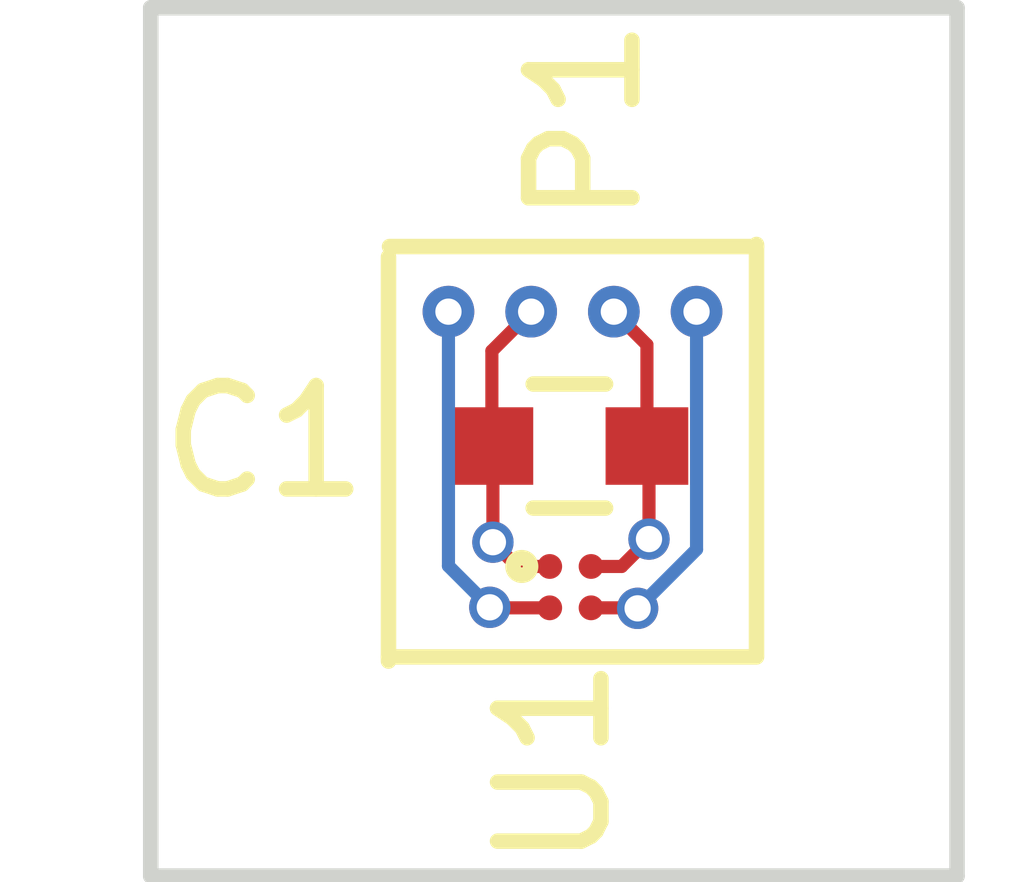
<source format=kicad_pcb>
(kicad_pcb (version 4) (host pcbnew 4.0.5)

  (general
    (links 6)
    (no_connects 0)
    (area 146.539667 104.824999 156.460334 113.375001)
    (thickness 1.6)
    (drawings 10)
    (tracks 28)
    (zones 0)
    (modules 3)
    (nets 5)
  )

  (page A4)
  (layers
    (0 F.Cu signal)
    (1 In1.Cu signal)
    (2 In2.Cu signal)
    (31 B.Cu signal)
    (32 B.Adhes user)
    (33 F.Adhes user)
    (34 B.Paste user)
    (35 F.Paste user)
    (36 B.SilkS user)
    (37 F.SilkS user)
    (38 B.Mask user)
    (39 F.Mask user)
    (40 Dwgs.User user)
    (41 Cmts.User user)
    (42 Eco1.User user)
    (43 Eco2.User user)
    (44 Edge.Cuts user)
    (45 Margin user)
    (46 B.CrtYd user)
    (47 F.CrtYd user)
    (48 B.Fab user)
    (49 F.Fab user)
  )

  (setup
    (last_trace_width 0.127)
    (user_trace_width 0.127)
    (trace_clearance 0.127)
    (zone_clearance 0.127)
    (zone_45_only no)
    (trace_min 0.127)
    (segment_width 0.15)
    (edge_width 0.15)
    (via_size 0.4)
    (via_drill 0.254)
    (via_min_size 0.4)
    (via_min_drill 0.254)
    (uvia_size 0.3)
    (uvia_drill 0.1)
    (uvias_allowed no)
    (uvia_min_size 0.2)
    (uvia_min_drill 0.1)
    (pcb_text_width 0.3)
    (pcb_text_size 1.5 1.5)
    (mod_edge_width 0.15)
    (mod_text_size 1 1)
    (mod_text_width 0.15)
    (pad_size 1.524 1.524)
    (pad_drill 0.762)
    (pad_to_mask_clearance 0.0635)
    (aux_axis_origin 0 0)
    (visible_elements FFFEFFFF)
    (pcbplotparams
      (layerselection 0x00030_80000001)
      (usegerberextensions false)
      (excludeedgelayer true)
      (linewidth 0.100000)
      (plotframeref false)
      (viasonmask false)
      (mode 1)
      (useauxorigin false)
      (hpglpennumber 1)
      (hpglpenspeed 20)
      (hpglpendiameter 15)
      (hpglpenoverlay 2)
      (psnegative false)
      (psa4output false)
      (plotreference true)
      (plotvalue true)
      (plotinvisibletext false)
      (padsonsilk false)
      (subtractmaskfromsilk false)
      (outputformat 1)
      (mirror false)
      (drillshape 1)
      (scaleselection 1)
      (outputdirectory ""))
  )

  (net 0 "")
  (net 1 "Net-(C1-Pad1)")
  (net 2 "Net-(C1-Pad2)")
  (net 3 "Net-(P1-Pad1)")
  (net 4 "Net-(P1-Pad4)")

  (net_class Default "This is the default net class."
    (clearance 0.127)
    (trace_width 0.127)
    (via_dia 0.4)
    (via_drill 0.254)
    (uvia_dia 0.3)
    (uvia_drill 0.1)
    (add_net "Net-(C1-Pad1)")
    (add_net "Net-(C1-Pad2)")
    (add_net "Net-(P1-Pad1)")
    (add_net "Net-(P1-Pad4)")
  )

  (module Capacitors_SMD:C_0603 (layer F.Cu) (tedit 58DEB221) (tstamp 58E5F921)
    (at 152.05 109.14 180)
    (descr "Capacitor SMD 0603, reflow soldering, AVX (see smccp.pdf)")
    (tags "capacitor 0603")
    (path /58DEAA4E)
    (attr smd)
    (fp_text reference C1 (at 2.95 0.04 180) (layer F.SilkS)
      (effects (font (size 1 1) (thickness 0.15)))
    )
    (fp_text value 100nF (at 0 1.9 180) (layer F.Fab)
      (effects (font (size 1 1) (thickness 0.15)))
    )
    (fp_line (start -0.8 0.4) (end -0.8 -0.4) (layer F.Fab) (width 0.15))
    (fp_line (start 0.8 0.4) (end -0.8 0.4) (layer F.Fab) (width 0.15))
    (fp_line (start 0.8 -0.4) (end 0.8 0.4) (layer F.Fab) (width 0.15))
    (fp_line (start -0.8 -0.4) (end 0.8 -0.4) (layer F.Fab) (width 0.15))
    (fp_line (start -1.45 -0.75) (end 1.45 -0.75) (layer F.CrtYd) (width 0.05))
    (fp_line (start -1.45 0.75) (end 1.45 0.75) (layer F.CrtYd) (width 0.05))
    (fp_line (start -1.45 -0.75) (end -1.45 0.75) (layer F.CrtYd) (width 0.05))
    (fp_line (start 1.45 -0.75) (end 1.45 0.75) (layer F.CrtYd) (width 0.05))
    (fp_line (start -0.35 -0.6) (end 0.35 -0.6) (layer F.SilkS) (width 0.15))
    (fp_line (start 0.35 0.6) (end -0.35 0.6) (layer F.SilkS) (width 0.15))
    (pad 1 smd rect (at -0.75 0 180) (size 0.8 0.75) (layers F.Cu F.Paste F.Mask)
      (net 1 "Net-(C1-Pad1)"))
    (pad 2 smd rect (at 0.75 0 180) (size 0.8 0.75) (layers F.Cu F.Paste F.Mask)
      (net 2 "Net-(C1-Pad2)"))
    (model Capacitors_SMD.3dshapes/C_0603.wrl
      (at (xyz 0 0 0))
      (scale (xyz 1 1 1))
      (rotate (xyz 0 0 0))
    )
  )

  (module lmt70:Wire_1x04_mini (layer F.Cu) (tedit 58DEB21C) (tstamp 58E5F929)
    (at 150.88 107.84)
    (path /58DEAAA6)
    (fp_text reference P1 (at 1.32 -1.84 90) (layer F.SilkS)
      (effects (font (size 1 1) (thickness 0.15)))
    )
    (fp_text value CONN_01X04 (at 0.62 -1.11) (layer F.Fab)
      (effects (font (size 1 1) (thickness 0.15)))
    )
    (pad 1 thru_hole circle (at 0 0) (size 0.5 0.5) (drill 0.254) (layers *.Cu *.Mask)
      (net 3 "Net-(P1-Pad1)"))
    (pad 2 thru_hole circle (at 0.8 0) (size 0.5 0.5) (drill 0.254) (layers *.Cu *.Mask)
      (net 2 "Net-(C1-Pad2)"))
    (pad 3 thru_hole circle (at 1.6 0) (size 0.5 0.5) (drill 0.254) (layers *.Cu *.Mask)
      (net 1 "Net-(C1-Pad1)"))
    (pad 4 thru_hole circle (at 2.4 0) (size 0.5 0.5) (drill 0.254) (layers *.Cu *.Mask)
      (net 4 "Net-(P1-Pad4)"))
  )

  (module lmt70:LMT70 (layer F.Cu) (tedit 58DEB22A) (tstamp 58E5F932)
    (at 151.859524 110.305)
    (path /58DEAA37)
    (fp_text reference U1 (at 0.040476 1.895 90) (layer F.SilkS)
      (effects (font (size 1 1) (thickness 0.15)))
    )
    (fp_text value LMT70 (at 0.1 -0.92) (layer F.Fab)
      (effects (font (size 1 1) (thickness 0.15)))
    )
    (fp_circle (center -0.27 0) (end -0.28 0) (layer F.SilkS) (width 0.15))
    (pad 1 smd circle (at 0 0) (size 0.24 0.24) (layers F.Cu F.Paste F.Mask)
      (net 2 "Net-(C1-Pad2)"))
    (pad 3 smd circle (at 0.4 0) (size 0.24 0.24) (layers F.Cu F.Paste F.Mask)
      (net 1 "Net-(C1-Pad1)"))
    (pad 2 smd circle (at 0 0.4) (size 0.24 0.24) (layers F.Cu F.Paste F.Mask)
      (net 3 "Net-(P1-Pad1)"))
    (pad 4 smd circle (at 0.4 0.4) (size 0.24 0.24) (layers F.Cu F.Paste F.Mask)
      (net 4 "Net-(P1-Pad4)"))
  )

  (gr_line (start 148 113.3) (end 148 108.8) (angle 90) (layer Edge.Cuts) (width 0.15))
  (gr_line (start 155.8 113.3) (end 148 113.3) (angle 90) (layer Edge.Cuts) (width 0.15))
  (gr_line (start 155.8 104.9) (end 155.8 113.3) (angle 90) (layer Edge.Cuts) (width 0.15))
  (gr_line (start 148 104.9) (end 155.8 104.9) (angle 90) (layer Edge.Cuts) (width 0.15))
  (gr_line (start 148 105.8) (end 148 104.9) (angle 90) (layer Edge.Cuts) (width 0.15))
  (gr_line (start 148 109) (end 148 105.8) (angle 90) (layer Edge.Cuts) (width 0.15))
  (gr_line (start 153.86 107.21) (end 150.31 107.21) (angle 90) (layer F.SilkS) (width 0.15))
  (gr_line (start 153.86 111.16) (end 153.86 107.19) (angle 90) (layer F.SilkS) (width 0.15))
  (gr_line (start 150.3 111.18) (end 153.86 111.18) (angle 90) (layer F.SilkS) (width 0.15))
  (gr_line (start 150.3 107.31) (end 150.3 111.22) (angle 90) (layer F.SilkS) (width 0.15))

  (segment (start 152.8 109.14) (end 152.8 108.16) (width 0.127) (layer F.Cu) (net 1))
  (segment (start 152.8 108.16) (end 152.48 107.84) (width 0.127) (layer F.Cu) (net 1) (tstamp 58E92828))
  (segment (start 152.82 110.04) (end 152.82 109.16) (width 0.127) (layer F.Cu) (net 1))
  (segment (start 152.82 109.16) (end 152.8 109.14) (width 0.127) (layer F.Cu) (net 1) (tstamp 58E92825))
  (segment (start 152.555 110.305) (end 152.259524 110.305) (width 0.127) (layer F.Cu) (net 1) (tstamp 58E92814))
  (segment (start 152.82 110.04) (end 152.555 110.305) (width 0.127) (layer F.Cu) (net 1) (tstamp 58E92813))
  (via (at 152.82 110.04) (size 0.4) (drill 0.254) (layers F.Cu B.Cu) (net 1))
  (segment (start 152.48 107.84) (end 152.48 109.7) (width 0.127) (layer In2.Cu) (net 1))
  (segment (start 152.48 109.7) (end 152.82 110.04) (width 0.127) (layer In2.Cu) (net 1) (tstamp 58E92811))
  (segment (start 151.31 110.07) (end 151.31 109.15) (width 0.127) (layer F.Cu) (net 2))
  (segment (start 151.31 109.15) (end 151.3 109.14) (width 0.127) (layer F.Cu) (net 2) (tstamp 58E9282B))
  (segment (start 151.3 109.14) (end 151.3 108.22) (width 0.127) (layer F.Cu) (net 2) (tstamp 58E9282C))
  (segment (start 151.3 108.22) (end 151.68 107.84) (width 0.127) (layer F.Cu) (net 2) (tstamp 58E9282D))
  (segment (start 151.859524 110.305) (end 151.545 110.305) (width 0.127) (layer F.Cu) (net 2))
  (segment (start 151.68 109.7) (end 151.68 107.84) (width 0.127) (layer In1.Cu) (net 2) (tstamp 58E9280C))
  (segment (start 151.31 110.07) (end 151.68 109.7) (width 0.127) (layer In1.Cu) (net 2) (tstamp 58E9280B))
  (via (at 151.31 110.07) (size 0.4) (drill 0.254) (layers F.Cu B.Cu) (net 2))
  (segment (start 151.545 110.305) (end 151.31 110.07) (width 0.127) (layer F.Cu) (net 2) (tstamp 58E92809))
  (segment (start 150.88 110.3) (end 150.88 107.84) (width 0.127) (layer B.Cu) (net 3) (tstamp 58E927ED))
  (segment (start 151.28 110.7) (end 150.88 110.3) (width 0.127) (layer B.Cu) (net 3) (tstamp 58E927EC))
  (via (at 151.28 110.7) (size 0.4) (drill 0.254) (layers F.Cu B.Cu) (net 3))
  (segment (start 151.285 110.705) (end 151.28 110.7) (width 0.127) (layer F.Cu) (net 3) (tstamp 58E927EA))
  (segment (start 151.859524 110.705) (end 151.285 110.705) (width 0.127) (layer F.Cu) (net 3))
  (segment (start 152.259524 110.705) (end 152.705 110.705) (width 0.127) (layer F.Cu) (net 4))
  (segment (start 153.28 110.14) (end 153.28 107.84) (width 0.127) (layer B.Cu) (net 4) (tstamp 58E927E6))
  (segment (start 152.71 110.71) (end 153.28 110.14) (width 0.127) (layer B.Cu) (net 4) (tstamp 58E927E5))
  (via (at 152.71 110.71) (size 0.4) (drill 0.254) (layers F.Cu B.Cu) (net 4))
  (segment (start 152.705 110.705) (end 152.71 110.71) (width 0.127) (layer F.Cu) (net 4) (tstamp 58E927E3))

  (zone (net 1) (net_name "Net-(C1-Pad1)") (layer In1.Cu) (tstamp 58E92830) (hatch edge 0.508)
    (connect_pads (clearance 0.127))
    (min_thickness 0.127)
    (fill yes (arc_segments 16) (thermal_gap 0.508) (thermal_bridge_width 0.508))
    (polygon
      (pts
        (xy 153.9 111.2) (xy 150.35 111.28) (xy 150.37 107.2) (xy 153.98 107.13)
      )
    )
    (filled_polygon
      (pts
        (xy 153.837708 111.137888) (xy 150.413819 111.215046) (xy 150.429935 107.927236) (xy 150.439424 107.927236) (xy 150.506344 108.089197)
        (xy 150.630151 108.21322) (xy 150.791995 108.280423) (xy 150.967236 108.280576) (xy 151.129197 108.213656) (xy 151.25322 108.089849)
        (xy 151.279983 108.025397) (xy 151.306344 108.089197) (xy 151.426 108.209062) (xy 151.426 109.59479) (xy 151.341263 109.679527)
        (xy 151.232666 109.679433) (xy 151.089089 109.738757) (xy 150.979144 109.848511) (xy 150.919568 109.991984) (xy 150.919433 110.147334)
        (xy 150.978757 110.290911) (xy 151.057776 110.370068) (xy 150.949144 110.478511) (xy 150.889568 110.621984) (xy 150.889433 110.777334)
        (xy 150.948757 110.920911) (xy 151.058511 111.030856) (xy 151.201984 111.090432) (xy 151.357334 111.090567) (xy 151.500911 111.031243)
        (xy 151.610856 110.921489) (xy 151.666562 110.787334) (xy 152.319433 110.787334) (xy 152.378757 110.930911) (xy 152.488511 111.040856)
        (xy 152.631984 111.100432) (xy 152.787334 111.100567) (xy 152.930911 111.041243) (xy 153.040856 110.931489) (xy 153.100432 110.788016)
        (xy 153.100567 110.632666) (xy 153.041243 110.489089) (xy 152.931489 110.379144) (xy 152.788016 110.319568) (xy 152.632666 110.319433)
        (xy 152.489089 110.378757) (xy 152.379144 110.488511) (xy 152.319568 110.631984) (xy 152.319433 110.787334) (xy 151.666562 110.787334)
        (xy 151.670432 110.778016) (xy 151.670567 110.622666) (xy 151.611243 110.479089) (xy 151.532224 110.399932) (xy 151.640856 110.291489)
        (xy 151.700432 110.148016) (xy 151.700527 110.038683) (xy 151.859605 109.879605) (xy 151.880381 109.848511) (xy 151.914665 109.797202)
        (xy 151.934 109.7) (xy 151.934 108.476778) (xy 152.023316 108.566094) (xy 152.089847 108.499563) (xy 152.094315 108.583512)
        (xy 152.408203 108.67451) (xy 152.733022 108.638463) (xy 152.865685 108.583512) (xy 152.874835 108.411612) (xy 152.48 108.016777)
        (xy 152.419543 108.077235) (xy 152.242766 107.900458) (xy 152.303223 107.84) (xy 152.656777 107.84) (xy 153.051612 108.234835)
        (xy 153.07873 108.233392) (xy 153.191995 108.280423) (xy 153.367236 108.280576) (xy 153.529197 108.213656) (xy 153.65322 108.089849)
        (xy 153.720423 107.928005) (xy 153.720576 107.752764) (xy 153.653656 107.590803) (xy 153.529849 107.46678) (xy 153.368005 107.399577)
        (xy 153.192764 107.399424) (xy 153.078586 107.446601) (xy 153.051612 107.445165) (xy 152.656777 107.84) (xy 152.303223 107.84)
        (xy 151.908388 107.445165) (xy 151.88127 107.446608) (xy 151.768005 107.399577) (xy 151.592764 107.399424) (xy 151.430803 107.466344)
        (xy 151.30678 107.590151) (xy 151.280017 107.654603) (xy 151.253656 107.590803) (xy 151.129849 107.46678) (xy 150.968005 107.399577)
        (xy 150.792764 107.399424) (xy 150.630803 107.466344) (xy 150.50678 107.590151) (xy 150.439577 107.751995) (xy 150.439424 107.927236)
        (xy 150.429935 107.927236) (xy 150.433195 107.262286) (xy 152.087197 107.230214) (xy 152.085165 107.268388) (xy 152.48 107.663223)
        (xy 152.874835 107.268388) (xy 152.871993 107.214997) (xy 153.915214 107.194768)
      )
    )
  )
  (zone (net 2) (net_name "Net-(C1-Pad2)") (layer In2.Cu) (tstamp 58E92831) (hatch edge 0.508)
    (connect_pads (clearance 0.127))
    (min_thickness 0.127)
    (fill yes (arc_segments 16) (thermal_gap 0.508) (thermal_bridge_width 0.508))
    (polygon
      (pts
        (xy 153.94 111.27) (xy 150.27 111.27) (xy 150.27 107.246233) (xy 153.91 107.06)
      )
    )
    (filled_polygon
      (pts
        (xy 153.876046 111.2065) (xy 150.3335 111.2065) (xy 150.3335 110.777334) (xy 150.889433 110.777334) (xy 150.948757 110.920911)
        (xy 151.058511 111.030856) (xy 151.201984 111.090432) (xy 151.357334 111.090567) (xy 151.500911 111.031243) (xy 151.610856 110.921489)
        (xy 151.670432 110.778016) (xy 151.670567 110.622666) (xy 151.611243 110.479089) (xy 151.501489 110.369144) (xy 151.358016 110.309568)
        (xy 151.202666 110.309433) (xy 151.059089 110.368757) (xy 150.949144 110.478511) (xy 150.889568 110.621984) (xy 150.889433 110.777334)
        (xy 150.3335 110.777334) (xy 150.3335 108.411612) (xy 151.285165 108.411612) (xy 151.294315 108.583512) (xy 151.608203 108.67451)
        (xy 151.933022 108.638463) (xy 152.065685 108.583512) (xy 152.070153 108.499563) (xy 152.136684 108.566094) (xy 152.226 108.476778)
        (xy 152.226 109.7) (xy 152.245335 109.797202) (xy 152.287559 109.860395) (xy 152.300395 109.879605) (xy 152.429527 110.008737)
        (xy 152.429433 110.117334) (xy 152.488757 110.260911) (xy 152.572142 110.344441) (xy 152.489089 110.378757) (xy 152.379144 110.488511)
        (xy 152.319568 110.631984) (xy 152.319433 110.787334) (xy 152.378757 110.930911) (xy 152.488511 111.040856) (xy 152.631984 111.100432)
        (xy 152.787334 111.100567) (xy 152.930911 111.041243) (xy 153.040856 110.931489) (xy 153.100432 110.788016) (xy 153.100567 110.632666)
        (xy 153.041243 110.489089) (xy 152.957858 110.405559) (xy 153.040911 110.371243) (xy 153.150856 110.261489) (xy 153.210432 110.118016)
        (xy 153.210567 109.962666) (xy 153.151243 109.819089) (xy 153.041489 109.709144) (xy 152.898016 109.649568) (xy 152.788683 109.649473)
        (xy 152.734 109.59479) (xy 152.734 108.208861) (xy 152.85322 108.089849) (xy 152.879983 108.025397) (xy 152.906344 108.089197)
        (xy 153.030151 108.21322) (xy 153.191995 108.280423) (xy 153.367236 108.280576) (xy 153.529197 108.213656) (xy 153.65322 108.089849)
        (xy 153.720423 107.928005) (xy 153.720576 107.752764) (xy 153.653656 107.590803) (xy 153.529849 107.46678) (xy 153.368005 107.399577)
        (xy 153.192764 107.399424) (xy 153.030803 107.466344) (xy 152.90678 107.590151) (xy 152.880017 107.654603) (xy 152.853656 107.590803)
        (xy 152.729849 107.46678) (xy 152.568005 107.399577) (xy 152.392764 107.399424) (xy 152.278586 107.446601) (xy 152.251612 107.445165)
        (xy 151.856777 107.84) (xy 151.917235 107.900458) (xy 151.740458 108.077235) (xy 151.68 108.016777) (xy 151.285165 108.411612)
        (xy 150.3335 108.411612) (xy 150.3335 107.306567) (xy 151.068246 107.268976) (xy 150.953906 107.383316) (xy 150.971702 107.401112)
        (xy 150.968005 107.399577) (xy 150.792764 107.399424) (xy 150.630803 107.466344) (xy 150.50678 107.590151) (xy 150.439577 107.751995)
        (xy 150.439424 107.927236) (xy 150.506344 108.089197) (xy 150.630151 108.21322) (xy 150.791995 108.280423) (xy 150.967236 108.280576)
        (xy 151.081414 108.233399) (xy 151.108388 108.234835) (xy 151.503223 107.84) (xy 151.442766 107.779543) (xy 151.619543 107.602766)
        (xy 151.68 107.663223) (xy 152.074835 107.268388) (xy 152.072132 107.217614) (xy 153.846975 107.126808)
      )
    )
  )
)

</source>
